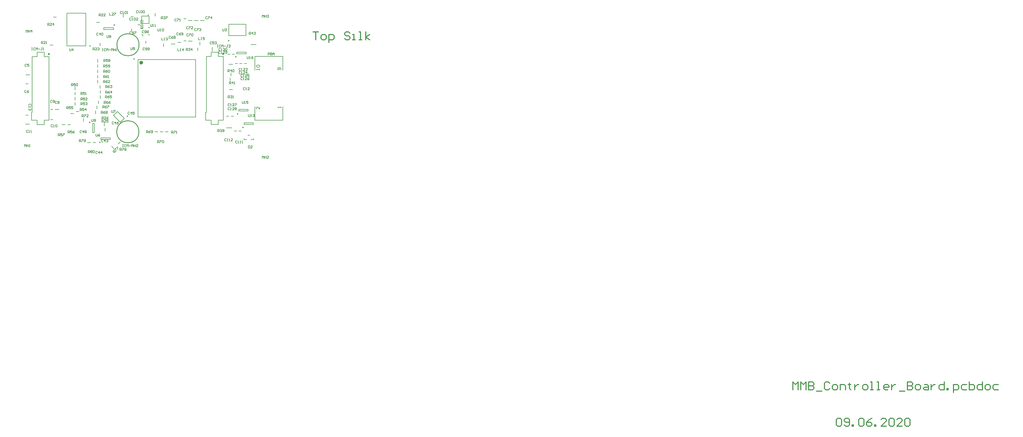
<source format=gto>
G04*
G04 #@! TF.GenerationSoftware,Altium Limited,Altium Designer,20.1.11 (218)*
G04*
G04 Layer_Color=15132400*
%FSLAX25Y25*%
%MOIN*%
G70*
G04*
G04 #@! TF.SameCoordinates,26502B99-587C-4767-892E-7210AEBADD4C*
G04*
G04*
G04 #@! TF.FilePolarity,Positive*
G04*
G01*
G75*
%ADD10C,0.02362*%
%ADD11C,0.00984*%
%ADD12C,0.01575*%
%ADD13C,0.01000*%
%ADD14C,0.00600*%
%ADD15C,0.00787*%
%ADD16C,0.00500*%
%ADD17C,0.01200*%
D10*
X150984Y130905D02*
G03*
X150984Y130905I-1181J0D01*
G01*
D11*
X141240Y135630D02*
G03*
X141240Y135630I-492J0D01*
G01*
X260906Y158661D02*
G03*
X260906Y158661I-492J0D01*
G01*
X158961Y191142D02*
G03*
X158961Y191142I-300J0D01*
G01*
X116240Y178543D02*
G03*
X116240Y178543I-492J0D01*
G01*
X98032Y30118D02*
G03*
X98032Y30118I-492J0D01*
G01*
X132794Y63249D02*
G03*
X132794Y63249I-492J0D01*
G01*
X85138Y55413D02*
G03*
X85138Y55413I-492J0D01*
G01*
X279134Y49016D02*
G03*
X279134Y49016I-492J0D01*
G01*
X272441Y66142D02*
G03*
X272441Y66142I-492J0D01*
G01*
X270079Y138386D02*
G03*
X270079Y138386I-492J0D01*
G01*
D12*
X253973Y141965D02*
G03*
X253973Y141965I-500J0D01*
G01*
X33441Y141817D02*
G03*
X33441Y141817I-500J0D01*
G01*
D13*
X85329Y152038D02*
G03*
X85329Y152038I-412J0D01*
G01*
X146874Y43504D02*
G03*
X146874Y43504I-14000J0D01*
G01*
X147071Y153543D02*
G03*
X147071Y153543I-14000J0D01*
G01*
D14*
X152072Y164646D02*
G03*
X152072Y164646I-300J0D01*
G01*
X326772Y73740D02*
Y75073D01*
Y74407D01*
X322773D01*
X323439Y73740D01*
X299606Y74831D02*
Y72165D01*
X296940Y74831D01*
X296274D01*
X295608Y74165D01*
Y72832D01*
X296274Y72165D01*
X299606Y121929D02*
Y123262D01*
Y122596D01*
X295608D01*
X296274Y121929D01*
Y125261D02*
X295608Y125928D01*
Y127261D01*
X296274Y127927D01*
X298940D01*
X299606Y127261D01*
Y125928D01*
X298940Y125261D01*
X296274D01*
X326105Y121929D02*
X326772Y122596D01*
Y123928D01*
X326105Y124595D01*
X323439D01*
X322773Y123928D01*
Y122596D01*
X323439Y121929D01*
X324106D01*
X324772Y122596D01*
Y124595D01*
D15*
X329134Y58071D02*
Y75315D01*
X293701Y58071D02*
Y75315D01*
Y58071D02*
X329134D01*
X293701Y121535D02*
Y138779D01*
X329134Y121535D02*
Y138779D01*
X293701D02*
X329134D01*
D16*
X145866Y62008D02*
X218701D01*
X145866Y134843D02*
X218701D01*
Y62008D02*
Y134843D01*
X145866Y62008D02*
Y134843D01*
X120704Y28184D02*
X123391Y30871D01*
X260630Y165157D02*
X282283D01*
X260630Y179331D02*
X282283D01*
X260630Y165157D02*
Y179331D01*
X282283Y165157D02*
Y179331D01*
X159843Y180315D02*
Y189764D01*
X150394D02*
X159843D01*
X150394Y180315D02*
X159843D01*
X150394D02*
Y189764D01*
X231423Y58214D02*
X238474Y58215D01*
X238473Y52715D02*
X238474Y58215D01*
X238473Y52715D02*
X247474Y52715D01*
X247474Y58215D01*
X253724Y58215D01*
X253724Y138715D01*
X247474Y138715D02*
X253724Y138715D01*
X247474Y138715D02*
X247474Y144215D01*
X238474Y144215D02*
X247474Y144215D01*
X238474Y144215D02*
X238474Y138715D01*
X232224D02*
X238474D01*
X232223Y68214D02*
X232224Y138715D01*
X231423Y68215D02*
X232223Y68214D01*
X231423Y58214D02*
X231423Y68215D01*
X288626Y153937D02*
X295526D01*
X66142Y77037D02*
Y80837D01*
X102362Y172638D02*
X114567D01*
X102362Y175000D02*
X114567D01*
X102362Y172638D02*
Y175000D01*
X114567Y172638D02*
Y175000D01*
X55807Y193307D02*
X79626Y193307D01*
X55807Y151969D02*
X79626Y151969D01*
X55807Y151969D02*
Y193307D01*
X79626Y151969D02*
Y193307D01*
X160039Y166024D02*
Y166648D01*
X150591Y166024D02*
Y166648D01*
X160039Y174648D02*
Y175472D01*
X150591Y174648D02*
Y175472D01*
X158715D02*
X160039D01*
X158715Y166024D02*
X160039D01*
X150591Y175472D02*
X152415D01*
X150591Y166024D02*
X152415D01*
X260886Y128740D02*
X265886D01*
X3602Y115551D02*
X8602D01*
X3618Y104134D02*
X6618D01*
X40807Y71850D02*
X45807D01*
X34917D02*
X37917D01*
X34917Y58858D02*
X37917D01*
X3405Y53150D02*
X8405D01*
X3618Y64567D02*
X6618D01*
X239764Y145531D02*
Y150531D01*
X187657Y154528D02*
X192657D01*
X203618Y158465D02*
X206618D01*
X209311Y158071D02*
X214311D01*
X203618Y186417D02*
X206618D01*
X209311Y184055D02*
X214311D01*
X216988D02*
X221988D01*
X224665D02*
X229665D01*
X137795Y170941D02*
Y173941D01*
X155709Y155587D02*
Y158587D01*
X136689Y188976D02*
X139689D01*
X145350Y178740D02*
X148350D01*
X273303Y44488D02*
X276303D01*
X267595D02*
X270595D01*
X268579Y129921D02*
X271579D01*
X274484D02*
X277484D01*
X280390D02*
X283390D01*
X257752Y63189D02*
X260752D01*
X263657D02*
X266657D01*
X265035Y141339D02*
X268035D01*
X259524D02*
X262524D01*
X284724Y39220D02*
X287424D01*
X280118Y33465D02*
X283268D01*
X280118D02*
Y35039D01*
X288779Y33465D02*
X291929D01*
Y35039D01*
X10891Y58067D02*
X10891Y68067D01*
X11691Y68067D01*
X11691Y138567D01*
X17941D01*
X17941Y144067D02*
X17941Y138567D01*
X17941Y144067D02*
X26941Y144067D01*
X26941Y138567D02*
X26941Y144067D01*
X26941Y138567D02*
X33191Y138567D01*
X33191Y58067D02*
X33191Y138567D01*
X26941Y58067D02*
X33191Y58067D01*
X26941Y52567D02*
X26941Y58067D01*
X17941Y52567D02*
X26941Y52567D01*
X17941Y52567D02*
X17941Y58067D01*
X10891Y58067D02*
X17941Y58067D01*
X178150Y151181D02*
X178150Y151181D01*
X178150Y151181D02*
Y155118D01*
X196063Y156299D02*
X200000D01*
X200000Y156299D01*
X224016Y153150D02*
X224016Y153150D01*
X224016Y153150D02*
Y157087D01*
X126969Y192323D02*
X126969Y192323D01*
Y188386D02*
Y192323D01*
X34321Y153150D02*
X38120D01*
X93179Y181890D02*
X96979D01*
X97835Y152037D02*
Y155837D01*
X38651Y188583D02*
X42451D01*
X103937Y44360D02*
Y48160D01*
X102953Y50856D02*
Y54656D01*
X261486Y96850D02*
X265286D01*
X221457Y146132D02*
Y149932D01*
X167520Y189635D02*
Y193435D01*
X257720Y48622D02*
X264620D01*
X263386Y114242D02*
Y118042D01*
X262402Y108139D02*
Y111939D01*
X66142Y96525D02*
Y100325D01*
Y90029D02*
Y93829D01*
Y83533D02*
Y87333D01*
X67391Y69095D02*
X71191D01*
X60502Y66339D02*
X64302D01*
X56565Y52559D02*
X60365D01*
X49478D02*
X53278D01*
X94882Y131565D02*
Y135365D01*
Y124675D02*
Y128475D01*
Y117982D02*
Y121782D01*
Y111486D02*
Y115286D01*
Y104990D02*
Y108790D01*
X97835Y98494D02*
Y102294D01*
X98032Y91998D02*
Y95798D01*
Y85502D02*
Y89302D01*
X95669Y79005D02*
Y82806D01*
X93701Y72509D02*
Y76310D01*
X167194Y43307D02*
X170994D01*
X173887D02*
X177687D01*
X180384D02*
X184184D01*
X76575Y56565D02*
Y60365D01*
X112436Y24965D02*
X115123Y22279D01*
X81761Y29724D02*
X85561D01*
X88651D02*
X92451D01*
X98819Y35827D02*
X110630D01*
X98819Y33858D02*
X110630D01*
Y35827D01*
X98819Y33858D02*
Y35827D01*
X114833Y64014D02*
X119844Y69025D01*
X123463Y55384D02*
X128474Y60395D01*
X114833Y64014D02*
X123463Y55384D01*
X119844Y69025D02*
X128474Y60395D01*
X90354Y42323D02*
Y54134D01*
X88386Y42323D02*
Y54134D01*
Y42323D02*
X90354D01*
X88386Y54134D02*
X90354D01*
X279921Y52756D02*
Y54724D01*
X291732Y52756D02*
Y54724D01*
X279921Y52756D02*
X291732D01*
X279921Y54724D02*
X291732D01*
X273228Y71850D02*
X285039D01*
X273228Y69882D02*
X285039D01*
Y71850D01*
X273228Y69882D02*
Y71850D01*
X270866Y144095D02*
X282677D01*
X270866Y142126D02*
X282677D01*
Y144095D01*
X270866Y142126D02*
Y144095D01*
X92126Y66210D02*
Y70010D01*
X95443Y168074D02*
X94943Y168574D01*
X93943D01*
X93443Y168074D01*
Y166075D01*
X93943Y165575D01*
X94943D01*
X95443Y166075D01*
X97942Y165575D02*
Y168574D01*
X96442Y167074D01*
X98442D01*
X99441Y168074D02*
X99941Y168574D01*
X100941D01*
X101441Y168074D01*
Y166075D01*
X100941Y165575D01*
X99941D01*
X99441Y166075D01*
Y168074D01*
X115043Y55774D02*
X114543Y56274D01*
X113543D01*
X113043Y55774D01*
Y53775D01*
X113543Y53275D01*
X114543D01*
X115043Y53775D01*
X117542Y53275D02*
Y56274D01*
X116042Y54774D01*
X118042D01*
X121041Y56274D02*
X120041Y55774D01*
X119041Y54774D01*
Y53775D01*
X119541Y53275D01*
X120541D01*
X121041Y53775D01*
Y54274D01*
X120541Y54774D01*
X119041D01*
X135143Y68074D02*
X134643Y68574D01*
X133643D01*
X133143Y68074D01*
Y66075D01*
X133643Y65575D01*
X134643D01*
X135143Y66075D01*
X137642Y65575D02*
Y68574D01*
X136142Y67074D01*
X138142D01*
X141141Y68574D02*
X139141D01*
Y67074D01*
X140141Y67574D01*
X140641D01*
X141141Y67074D01*
Y66075D01*
X140641Y65575D01*
X139641D01*
X139141Y66075D01*
X101643Y32974D02*
X101143Y33474D01*
X100143D01*
X99643Y32974D01*
Y30975D01*
X100143Y30475D01*
X101143D01*
X101643Y30975D01*
X104142Y30475D02*
Y33474D01*
X102642Y31974D01*
X104642D01*
X105641Y32974D02*
X106141Y33474D01*
X107141D01*
X107641Y32974D01*
Y32474D01*
X107141Y31974D01*
X106641D01*
X107141D01*
X107641Y31475D01*
Y30975D01*
X107141Y30475D01*
X106141D01*
X105641Y30975D01*
X137144Y186996D02*
X136644Y187496D01*
X135644D01*
X135144Y186996D01*
Y184997D01*
X135644Y184497D01*
X136644D01*
X137144Y184997D01*
X138143Y184497D02*
X139143D01*
X138643D01*
Y187496D01*
X138143Y186996D01*
X140642D02*
X141142Y187496D01*
X142142D01*
X142642Y186996D01*
Y184997D01*
X142142Y184497D01*
X141142D01*
X140642Y184997D01*
Y186996D01*
X145641Y184497D02*
X143641D01*
X145641Y186496D01*
Y186996D01*
X145141Y187496D01*
X144141D01*
X143641Y186996D01*
X145700Y196200D02*
X145200Y196700D01*
X144201D01*
X143701Y196200D01*
Y194201D01*
X144201Y193701D01*
X145200D01*
X145700Y194201D01*
X146700Y193701D02*
X147699D01*
X147200D01*
Y196700D01*
X146700Y196200D01*
X149199D02*
X149699Y196700D01*
X150698D01*
X151198Y196200D01*
Y194201D01*
X150698Y193701D01*
X149699D01*
X149199Y194201D01*
Y196200D01*
X152198D02*
X152698Y196700D01*
X153698D01*
X154197Y196200D01*
Y194201D01*
X153698Y193701D01*
X152698D01*
X152198Y194201D01*
Y196200D01*
X152943Y170874D02*
X152443Y171374D01*
X151443D01*
X150943Y170874D01*
Y168875D01*
X151443Y168375D01*
X152443D01*
X152943Y168875D01*
X153942D02*
X154442Y168375D01*
X155442D01*
X155942Y168875D01*
Y170874D01*
X155442Y171374D01*
X154442D01*
X153942Y170874D01*
Y170374D01*
X154442Y169874D01*
X155942D01*
X156941Y170874D02*
X157441Y171374D01*
X158441D01*
X158941Y170874D01*
Y170374D01*
X158441Y169874D01*
X158941Y169375D01*
Y168875D01*
X158441Y168375D01*
X157441D01*
X156941Y168875D01*
Y169375D01*
X157441Y169874D01*
X156941Y170374D01*
Y170874D01*
X157441Y169874D02*
X158441D01*
X281133Y98956D02*
X280633Y99456D01*
X279634D01*
X279134Y98956D01*
Y96956D01*
X279634Y96457D01*
X280633D01*
X281133Y96956D01*
X282133Y96457D02*
X283133D01*
X282633D01*
Y99456D01*
X282133Y98956D01*
X286631Y96457D02*
X284632D01*
X286631Y98456D01*
Y98956D01*
X286132Y99456D01*
X285132D01*
X284632Y98956D01*
X73228Y77559D02*
Y80558D01*
X74728D01*
X75228Y80058D01*
Y79059D01*
X74728Y78559D01*
X73228D01*
X74228D02*
X75228Y77559D01*
X78227Y80558D02*
X76227D01*
Y79059D01*
X77227Y79558D01*
X77727D01*
X78227Y79059D01*
Y78059D01*
X77727Y77559D01*
X76727D01*
X76227Y78059D01*
X79226Y80058D02*
X79726Y80558D01*
X80726D01*
X81226Y80058D01*
Y79558D01*
X80726Y79059D01*
X80226D01*
X80726D01*
X81226Y78559D01*
Y78059D01*
X80726Y77559D01*
X79726D01*
X79226Y78059D01*
X99213Y66535D02*
Y69534D01*
X100712D01*
X101212Y69035D01*
Y68035D01*
X100712Y67535D01*
X99213D01*
X100212D02*
X101212Y66535D01*
X104211Y69534D02*
X103211Y69035D01*
X102212Y68035D01*
Y67035D01*
X102711Y66535D01*
X103711D01*
X104211Y67035D01*
Y67535D01*
X103711Y68035D01*
X102212D01*
X105211Y69035D02*
X105710Y69534D01*
X106710D01*
X107210Y69035D01*
Y68535D01*
X106710Y68035D01*
X107210Y67535D01*
Y67035D01*
X106710Y66535D01*
X105710D01*
X105211Y67035D01*
Y67535D01*
X105710Y68035D01*
X105211Y68535D01*
Y69035D01*
X105710Y68035D02*
X106710D01*
X310236Y140551D02*
Y143550D01*
X311736D01*
X312236Y143050D01*
Y142051D01*
X311736Y141551D01*
X310236D01*
X313235Y143550D02*
Y140551D01*
X314735D01*
X315235Y141051D01*
Y141551D01*
X314735Y142051D01*
X313235D01*
X314735D01*
X315235Y142551D01*
Y143050D01*
X314735Y143550D01*
X313235D01*
X316234Y140551D02*
Y142551D01*
X317234Y143550D01*
X318234Y142551D01*
Y140551D01*
Y142051D01*
X316234D01*
X161417Y179377D02*
Y176878D01*
X161917Y176378D01*
X162917D01*
X163417Y176878D01*
Y179377D01*
X164416Y176378D02*
X165416D01*
X164916D01*
Y179377D01*
X164416Y178877D01*
X166916Y176378D02*
X167915D01*
X167415D01*
Y179377D01*
X166916Y178877D01*
X283858Y138826D02*
Y136327D01*
X284358Y135827D01*
X285358D01*
X285858Y136327D01*
Y138826D01*
X286857Y135827D02*
X287857D01*
X287357D01*
Y138826D01*
X286857Y138326D01*
X291356Y138826D02*
X290356Y138326D01*
X289356Y137326D01*
Y136327D01*
X289856Y135827D01*
X290856D01*
X291356Y136327D01*
Y136826D01*
X290856Y137326D01*
X289356D01*
X277559Y82133D02*
Y79634D01*
X278059Y79134D01*
X279059D01*
X279558Y79634D01*
Y82133D01*
X280558Y79134D02*
X281558D01*
X281058D01*
Y82133D01*
X280558Y81633D01*
X285057Y82133D02*
X283057D01*
Y80633D01*
X284057Y81133D01*
X284557D01*
X285057Y80633D01*
Y79634D01*
X284557Y79134D01*
X283557D01*
X283057Y79634D01*
X285433Y65597D02*
Y63098D01*
X285933Y62598D01*
X286933D01*
X287432Y63098D01*
Y65597D01*
X288432Y62598D02*
X289432D01*
X288932D01*
Y65597D01*
X288432Y65098D01*
X290931D02*
X291431Y65597D01*
X292431D01*
X292931Y65098D01*
Y64598D01*
X292431Y64098D01*
X291931D01*
X292431D01*
X292931Y63598D01*
Y63098D01*
X292431Y62598D01*
X291431D01*
X290931Y63098D01*
X170866Y173865D02*
Y171366D01*
X171366Y170866D01*
X172366D01*
X172865Y171366D01*
Y173865D01*
X173865Y170866D02*
X174865D01*
X174365D01*
Y173865D01*
X173865Y173365D01*
X176364D02*
X176864Y173865D01*
X177864D01*
X178364Y173365D01*
Y171366D01*
X177864Y170866D01*
X176864D01*
X176364Y171366D01*
Y173365D01*
X87008Y59298D02*
Y56799D01*
X87508Y56299D01*
X88507D01*
X89007Y56799D01*
Y59298D01*
X90007Y56799D02*
X90507Y56299D01*
X91506D01*
X92006Y56799D01*
Y58798D01*
X91506Y59298D01*
X90507D01*
X90007Y58798D01*
Y58299D01*
X90507Y57799D01*
X92006D01*
X106299Y165597D02*
Y163098D01*
X106799Y162598D01*
X107799D01*
X108299Y163098D01*
Y165597D01*
X109298Y165098D02*
X109798Y165597D01*
X110798D01*
X111298Y165098D01*
Y164598D01*
X110798Y164098D01*
X111298Y163598D01*
Y163098D01*
X110798Y162598D01*
X109798D01*
X109298Y163098D01*
Y163598D01*
X109798Y164098D01*
X109298Y164598D01*
Y165098D01*
X109798Y164098D02*
X110798D01*
X112205Y70716D02*
Y68216D01*
X112705Y67716D01*
X113704D01*
X114204Y68216D01*
Y70716D01*
X115204D02*
X117203D01*
Y70216D01*
X115204Y68216D01*
Y67716D01*
X92520Y40794D02*
Y38295D01*
X93019Y37795D01*
X94019D01*
X94519Y38295D01*
Y40794D01*
X97518D02*
X96518Y40295D01*
X95519Y39295D01*
Y38295D01*
X96019Y37795D01*
X97018D01*
X97518Y38295D01*
Y38795D01*
X97018Y39295D01*
X95519D01*
X136643Y150074D02*
Y147575D01*
X137143Y147075D01*
X138143D01*
X138643Y147575D01*
Y150074D01*
X141642D02*
X139642D01*
Y148574D01*
X140642Y149074D01*
X141142D01*
X141642Y148574D01*
Y147575D01*
X141142Y147075D01*
X140142D01*
X139642Y147575D01*
X59055Y148668D02*
Y146169D01*
X59555Y145669D01*
X60555D01*
X61054Y146169D01*
Y148668D01*
X63554Y145669D02*
Y148668D01*
X62054Y147169D01*
X64053D01*
X252756Y173865D02*
Y171366D01*
X253256Y170866D01*
X254255D01*
X254755Y171366D01*
Y173865D01*
X255755Y173365D02*
X256255Y173865D01*
X257255D01*
X257754Y173365D01*
Y172865D01*
X257255Y172366D01*
X256755D01*
X257255D01*
X257754Y171866D01*
Y171366D01*
X257255Y170866D01*
X256255D01*
X255755Y171366D01*
X82677Y16929D02*
Y19928D01*
X84177D01*
X84676Y19428D01*
Y18429D01*
X84177Y17929D01*
X82677D01*
X83677D02*
X84676Y16929D01*
X85676Y19428D02*
X86176Y19928D01*
X87176D01*
X87675Y19428D01*
Y18928D01*
X87176Y18429D01*
X87675Y17929D01*
Y17429D01*
X87176Y16929D01*
X86176D01*
X85676Y17429D01*
Y17929D01*
X86176Y18429D01*
X85676Y18928D01*
Y19428D01*
X86176Y18429D02*
X87176D01*
X88675Y19428D02*
X89175Y19928D01*
X90175D01*
X90675Y19428D01*
Y17429D01*
X90175Y16929D01*
X89175D01*
X88675Y17429D01*
Y19428D01*
X71260Y30709D02*
Y33708D01*
X72759D01*
X73259Y33208D01*
Y32208D01*
X72759Y31708D01*
X71260D01*
X72259D02*
X73259Y30709D01*
X74259Y33708D02*
X76258D01*
Y33208D01*
X74259Y31209D01*
Y30709D01*
X77258Y31209D02*
X77758Y30709D01*
X78757D01*
X79257Y31209D01*
Y33208D01*
X78757Y33708D01*
X77758D01*
X77258Y33208D01*
Y32708D01*
X77758Y32208D01*
X79257D01*
X122835Y19685D02*
Y22684D01*
X124334D01*
X124834Y22184D01*
Y21185D01*
X124334Y20685D01*
X122835D01*
X123834D02*
X124834Y19685D01*
X125834Y22684D02*
X127833D01*
Y22184D01*
X125834Y20185D01*
Y19685D01*
X128833Y22184D02*
X129332Y22684D01*
X130332D01*
X130832Y22184D01*
Y21684D01*
X130332Y21185D01*
X130832Y20685D01*
Y20185D01*
X130332Y19685D01*
X129332D01*
X128833Y20185D01*
Y20685D01*
X129332Y21185D01*
X128833Y21684D01*
Y22184D01*
X129332Y21185D02*
X130332D01*
X116098Y16843D02*
X113978Y18964D01*
X115038Y20024D01*
X115745Y20024D01*
X116452Y19317D01*
X116452Y18610D01*
X115392Y17550D01*
X116098Y18257D02*
X117512Y18257D01*
X116098Y21085D02*
X117512Y22498D01*
X117866Y22145D01*
Y19317D01*
X118219Y18964D01*
Y23205D02*
X119633Y24619D01*
X119986Y24265D01*
Y21438D01*
X120340Y21085D01*
X74803Y62205D02*
Y65204D01*
X76303D01*
X76802Y64704D01*
Y63704D01*
X76303Y63204D01*
X74803D01*
X75803D02*
X76802Y62205D01*
X77802Y65204D02*
X79801D01*
Y64704D01*
X77802Y62705D01*
Y62205D01*
X82801D02*
X80801D01*
X82801Y64204D01*
Y64704D01*
X82301Y65204D01*
X81301D01*
X80801Y64704D01*
X188189Y41339D02*
Y44338D01*
X189689D01*
X190188Y43838D01*
Y42838D01*
X189689Y42338D01*
X188189D01*
X189189D02*
X190188Y41339D01*
X191188Y44338D02*
X193187D01*
Y43838D01*
X191188Y41838D01*
Y41339D01*
X194187D02*
X195187D01*
X194687D01*
Y44338D01*
X194187Y43838D01*
X170472Y29528D02*
Y32527D01*
X171972D01*
X172472Y32027D01*
Y31027D01*
X171972Y30527D01*
X170472D01*
X171472D02*
X172472Y29528D01*
X173471Y32527D02*
X175471D01*
Y32027D01*
X173471Y30027D01*
Y29528D01*
X176470Y32027D02*
X176970Y32527D01*
X177970D01*
X178470Y32027D01*
Y30027D01*
X177970Y29528D01*
X176970D01*
X176470Y30027D01*
Y32027D01*
X156299Y42126D02*
Y45125D01*
X157799D01*
X158299Y44625D01*
Y43626D01*
X157799Y43126D01*
X156299D01*
X157299D02*
X158299Y42126D01*
X161298Y45125D02*
X160298Y44625D01*
X159298Y43626D01*
Y42626D01*
X159798Y42126D01*
X160798D01*
X161298Y42626D01*
Y43126D01*
X160798Y43626D01*
X159298D01*
X162297Y42626D02*
X162797Y42126D01*
X163797D01*
X164297Y42626D01*
Y44625D01*
X163797Y45125D01*
X162797D01*
X162297Y44625D01*
Y44125D01*
X162797Y43626D01*
X164297D01*
X101181Y73622D02*
Y76621D01*
X102681D01*
X103180Y76121D01*
Y75122D01*
X102681Y74622D01*
X101181D01*
X102181D02*
X103180Y73622D01*
X106179Y76621D02*
X105180Y76121D01*
X104180Y75122D01*
Y74122D01*
X104680Y73622D01*
X105680D01*
X106179Y74122D01*
Y74622D01*
X105680Y75122D01*
X104180D01*
X107179Y76621D02*
X109178D01*
Y76121D01*
X107179Y74122D01*
Y73622D01*
X102756Y79134D02*
Y82133D01*
X104255D01*
X104755Y81633D01*
Y80633D01*
X104255Y80133D01*
X102756D01*
X103756D02*
X104755Y79134D01*
X107754Y82133D02*
X106755Y81633D01*
X105755Y80633D01*
Y79634D01*
X106255Y79134D01*
X107255D01*
X107754Y79634D01*
Y80133D01*
X107255Y80633D01*
X105755D01*
X110753Y82133D02*
X109754Y81633D01*
X108754Y80633D01*
Y79634D01*
X109254Y79134D01*
X110254D01*
X110753Y79634D01*
Y80133D01*
X110254Y80633D01*
X108754D01*
X104331Y86221D02*
Y89219D01*
X105830D01*
X106330Y88720D01*
Y87720D01*
X105830Y87220D01*
X104331D01*
X105330D02*
X106330Y86221D01*
X109329Y89219D02*
X108329Y88720D01*
X107330Y87720D01*
Y86720D01*
X107830Y86221D01*
X108829D01*
X109329Y86720D01*
Y87220D01*
X108829Y87720D01*
X107330D01*
X112328Y89219D02*
X110329D01*
Y87720D01*
X111328Y88220D01*
X111828D01*
X112328Y87720D01*
Y86720D01*
X111828Y86221D01*
X110829D01*
X110329Y86720D01*
X104724Y92126D02*
Y95125D01*
X106224D01*
X106724Y94625D01*
Y93625D01*
X106224Y93126D01*
X104724D01*
X105724D02*
X106724Y92126D01*
X109723Y95125D02*
X108723Y94625D01*
X107723Y93625D01*
Y92626D01*
X108223Y92126D01*
X109223D01*
X109723Y92626D01*
Y93126D01*
X109223Y93625D01*
X107723D01*
X112222Y92126D02*
Y95125D01*
X110722Y93625D01*
X112722D01*
X104724Y99213D02*
Y102212D01*
X106224D01*
X106724Y101712D01*
Y100712D01*
X106224Y100212D01*
X104724D01*
X105724D02*
X106724Y99213D01*
X109723Y102212D02*
X108723Y101712D01*
X107723Y100712D01*
Y99712D01*
X108223Y99213D01*
X109223D01*
X109723Y99712D01*
Y100212D01*
X109223Y100712D01*
X107723D01*
X110722Y101712D02*
X111222Y102212D01*
X112222D01*
X112722Y101712D01*
Y101212D01*
X112222Y100712D01*
X111722D01*
X112222D01*
X112722Y100212D01*
Y99712D01*
X112222Y99213D01*
X111222D01*
X110722Y99712D01*
X101969Y105512D02*
Y108511D01*
X103468D01*
X103968Y108011D01*
Y107011D01*
X103468Y106511D01*
X101969D01*
X102968D02*
X103968Y105512D01*
X106967Y108511D02*
X105967Y108011D01*
X104967Y107011D01*
Y106012D01*
X105467Y105512D01*
X106467D01*
X106967Y106012D01*
Y106511D01*
X106467Y107011D01*
X104967D01*
X109966Y105512D02*
X107967D01*
X109966Y107511D01*
Y108011D01*
X109466Y108511D01*
X108466D01*
X107967Y108011D01*
X101969Y111811D02*
Y114810D01*
X103468D01*
X103968Y114310D01*
Y113311D01*
X103468Y112811D01*
X101969D01*
X102968D02*
X103968Y111811D01*
X106967Y114810D02*
X105967Y114310D01*
X104967Y113311D01*
Y112311D01*
X105467Y111811D01*
X106467D01*
X106967Y112311D01*
Y112811D01*
X106467Y113311D01*
X104967D01*
X107967Y111811D02*
X108966D01*
X108466D01*
Y114810D01*
X107967Y114310D01*
X101969Y118504D02*
Y121503D01*
X103468D01*
X103968Y121003D01*
Y120003D01*
X103468Y119504D01*
X101969D01*
X102968D02*
X103968Y118504D01*
X106967Y121503D02*
X105967Y121003D01*
X104967Y120003D01*
Y119004D01*
X105467Y118504D01*
X106467D01*
X106967Y119004D01*
Y119504D01*
X106467Y120003D01*
X104967D01*
X107967Y121003D02*
X108466Y121503D01*
X109466D01*
X109966Y121003D01*
Y119004D01*
X109466Y118504D01*
X108466D01*
X107967Y119004D01*
Y121003D01*
X101969Y125197D02*
Y128196D01*
X103468D01*
X103968Y127696D01*
Y126696D01*
X103468Y126197D01*
X101969D01*
X102968D02*
X103968Y125197D01*
X106967Y128196D02*
X104967D01*
Y126696D01*
X105967Y127196D01*
X106467D01*
X106967Y126696D01*
Y125697D01*
X106467Y125197D01*
X105467D01*
X104967Y125697D01*
X107967D02*
X108466Y125197D01*
X109466D01*
X109966Y125697D01*
Y127696D01*
X109466Y128196D01*
X108466D01*
X107967Y127696D01*
Y127196D01*
X108466Y126696D01*
X109966D01*
X102362Y132283D02*
Y135283D01*
X103862D01*
X104362Y134783D01*
Y133783D01*
X103862Y133283D01*
X102362D01*
X103362D02*
X104362Y132283D01*
X107361Y135283D02*
X105361D01*
Y133783D01*
X106361Y134283D01*
X106861D01*
X107361Y133783D01*
Y132783D01*
X106861Y132283D01*
X105861D01*
X105361Y132783D01*
X108360Y134783D02*
X108860Y135283D01*
X109860D01*
X110360Y134783D01*
Y134283D01*
X109860Y133783D01*
X110360Y133283D01*
Y132783D01*
X109860Y132283D01*
X108860D01*
X108360Y132783D01*
Y133283D01*
X108860Y133783D01*
X108360Y134283D01*
Y134783D01*
X108860Y133783D02*
X109860D01*
X44882Y38189D02*
Y41188D01*
X46381D01*
X46881Y40688D01*
Y39689D01*
X46381Y39189D01*
X44882D01*
X45882D02*
X46881Y38189D01*
X49880Y41188D02*
X47881D01*
Y39689D01*
X48881Y40188D01*
X49380D01*
X49880Y39689D01*
Y38689D01*
X49380Y38189D01*
X48381D01*
X47881Y38689D01*
X50880Y41188D02*
X52879D01*
Y40688D01*
X50880Y38689D01*
Y38189D01*
X57087Y41732D02*
Y44731D01*
X58586D01*
X59086Y44232D01*
Y43232D01*
X58586Y42732D01*
X57087D01*
X58086D02*
X59086Y41732D01*
X62085Y44731D02*
X60086D01*
Y43232D01*
X61085Y43732D01*
X61585D01*
X62085Y43232D01*
Y42232D01*
X61585Y41732D01*
X60585D01*
X60086Y42232D01*
X65084Y44731D02*
X64084Y44232D01*
X63085Y43232D01*
Y42232D01*
X63585Y41732D01*
X64584D01*
X65084Y42232D01*
Y42732D01*
X64584Y43232D01*
X63085D01*
X55512Y72441D02*
Y75440D01*
X57011D01*
X57511Y74940D01*
Y73940D01*
X57011Y73441D01*
X55512D01*
X56511D02*
X57511Y72441D01*
X60510Y75440D02*
X58511D01*
Y73940D01*
X59510Y74440D01*
X60010D01*
X60510Y73940D01*
Y72941D01*
X60010Y72441D01*
X59011D01*
X58511Y72941D01*
X63509Y75440D02*
X61510D01*
Y73940D01*
X62510Y74440D01*
X63009D01*
X63509Y73940D01*
Y72941D01*
X63009Y72441D01*
X62010D01*
X61510Y72941D01*
X72441Y70079D02*
Y73078D01*
X73940D01*
X74440Y72578D01*
Y71578D01*
X73940Y71078D01*
X72441D01*
X73441D02*
X74440Y70079D01*
X77439Y73078D02*
X75440D01*
Y71578D01*
X76440Y72078D01*
X76939D01*
X77439Y71578D01*
Y70579D01*
X76939Y70079D01*
X75940D01*
X75440Y70579D01*
X79939Y70079D02*
Y73078D01*
X78439Y71578D01*
X80438D01*
X73228Y83465D02*
Y86464D01*
X74728D01*
X75228Y85964D01*
Y84964D01*
X74728Y84464D01*
X73228D01*
X74228D02*
X75228Y83465D01*
X78227Y86464D02*
X76227D01*
Y84964D01*
X77227Y85464D01*
X77727D01*
X78227Y84964D01*
Y83964D01*
X77727Y83465D01*
X76727D01*
X76227Y83964D01*
X81226Y83465D02*
X79226D01*
X81226Y85464D01*
Y85964D01*
X80726Y86464D01*
X79726D01*
X79226Y85964D01*
X73228Y90551D02*
Y93550D01*
X74728D01*
X75228Y93050D01*
Y92051D01*
X74728Y91551D01*
X73228D01*
X74228D02*
X75228Y90551D01*
X78227Y93550D02*
X76227D01*
Y92051D01*
X77227Y92550D01*
X77727D01*
X78227Y92051D01*
Y91051D01*
X77727Y90551D01*
X76727D01*
X76227Y91051D01*
X79226Y90551D02*
X80226D01*
X79726D01*
Y93550D01*
X79226Y93050D01*
X61417Y101575D02*
Y104574D01*
X62917D01*
X63417Y104074D01*
Y103074D01*
X62917Y102575D01*
X61417D01*
X62417D02*
X63417Y101575D01*
X66416Y104574D02*
X64416D01*
Y103074D01*
X65416Y103574D01*
X65916D01*
X66416Y103074D01*
Y102075D01*
X65916Y101575D01*
X64916D01*
X64416Y102075D01*
X67415Y104074D02*
X67915Y104574D01*
X68915D01*
X69415Y104074D01*
Y102075D01*
X68915Y101575D01*
X67915D01*
X67415Y102075D01*
Y104074D01*
X286417Y166535D02*
Y169535D01*
X287917D01*
X288417Y169035D01*
Y168035D01*
X287917Y167535D01*
X286417D01*
X287417D02*
X288417Y166535D01*
X290916D02*
Y169535D01*
X289416Y168035D01*
X291416D01*
X292415Y169035D02*
X292915Y169535D01*
X293915D01*
X294415Y169035D01*
Y168535D01*
X293915Y168035D01*
X293415D01*
X293915D01*
X294415Y167535D01*
Y167035D01*
X293915Y166535D01*
X292915D01*
X292415Y167035D01*
X261417Y103937D02*
Y106936D01*
X262917D01*
X263417Y106436D01*
Y105437D01*
X262917Y104937D01*
X261417D01*
X262417D02*
X263417Y103937D01*
X265916D02*
Y106936D01*
X264416Y105437D01*
X266416D01*
X267415Y103937D02*
X268415D01*
X267915D01*
Y106936D01*
X267415Y106436D01*
X259449Y119291D02*
Y122290D01*
X260948D01*
X261448Y121791D01*
Y120791D01*
X260948Y120291D01*
X259449D01*
X260449D02*
X261448Y119291D01*
X263947D02*
Y122290D01*
X262448Y120791D01*
X264447D01*
X265447Y121791D02*
X265947Y122290D01*
X266946D01*
X267446Y121791D01*
Y119791D01*
X266946Y119291D01*
X265947D01*
X265447Y119791D01*
Y121791D01*
X246850Y43307D02*
Y46306D01*
X248350D01*
X248850Y45806D01*
Y44807D01*
X248350Y44307D01*
X246850D01*
X247850D02*
X248850Y43307D01*
X249849Y45806D02*
X250349Y46306D01*
X251349D01*
X251849Y45806D01*
Y45306D01*
X251349Y44807D01*
X250849D01*
X251349D01*
X251849Y44307D01*
Y43807D01*
X251349Y43307D01*
X250349D01*
X249849Y43807D01*
X252849D02*
X253348Y43307D01*
X254348D01*
X254848Y43807D01*
Y45806D01*
X254348Y46306D01*
X253348D01*
X252849Y45806D01*
Y45306D01*
X253348Y44807D01*
X254848D01*
X175197Y186221D02*
Y189219D01*
X176696D01*
X177196Y188720D01*
Y187720D01*
X176696Y187220D01*
X175197D01*
X176197D02*
X177196Y186221D01*
X178196Y188720D02*
X178696Y189219D01*
X179695D01*
X180195Y188720D01*
Y188220D01*
X179695Y187720D01*
X179196D01*
X179695D01*
X180195Y187220D01*
Y186720D01*
X179695Y186221D01*
X178696D01*
X178196Y186720D01*
X181195Y189219D02*
X183194D01*
Y188720D01*
X181195Y186720D01*
Y186221D01*
X206693Y146063D02*
Y149062D01*
X208192D01*
X208692Y148562D01*
Y147563D01*
X208192Y147063D01*
X206693D01*
X207693D02*
X208692Y146063D01*
X209692Y148562D02*
X210192Y149062D01*
X211192D01*
X211691Y148562D01*
Y148062D01*
X211192Y147563D01*
X210692D01*
X211192D01*
X211691Y147063D01*
Y146563D01*
X211192Y146063D01*
X210192D01*
X209692Y146563D01*
X214191Y146063D02*
Y149062D01*
X212691Y147563D01*
X214690D01*
X259842Y86221D02*
Y89219D01*
X261342D01*
X261842Y88720D01*
Y87720D01*
X261342Y87220D01*
X259842D01*
X260842D02*
X261842Y86221D01*
X262842Y88720D02*
X263341Y89219D01*
X264341D01*
X264841Y88720D01*
Y88220D01*
X264341Y87720D01*
X263841D01*
X264341D01*
X264841Y87220D01*
Y86720D01*
X264341Y86221D01*
X263341D01*
X262842Y86720D01*
X265841Y86221D02*
X266840D01*
X266340D01*
Y89219D01*
X265841Y88720D01*
X100000Y59449D02*
Y62448D01*
X101499D01*
X101999Y61948D01*
Y60948D01*
X101499Y60448D01*
X100000D01*
X101000D02*
X101999Y59449D01*
X104998D02*
X102999D01*
X104998Y61448D01*
Y61948D01*
X104499Y62448D01*
X103499D01*
X102999Y61948D01*
X107997Y62448D02*
X106998Y61948D01*
X105998Y60948D01*
Y59949D01*
X106498Y59449D01*
X107498D01*
X107997Y59949D01*
Y60448D01*
X107498Y60948D01*
X105998D01*
X100000Y55512D02*
Y58511D01*
X101499D01*
X101999Y58011D01*
Y57011D01*
X101499Y56511D01*
X100000D01*
X101000D02*
X101999Y55512D01*
X104998D02*
X102999D01*
X104998Y57511D01*
Y58011D01*
X104499Y58511D01*
X103499D01*
X102999Y58011D01*
X107997Y58511D02*
X105998D01*
Y57011D01*
X106998Y57511D01*
X107498D01*
X107997Y57011D01*
Y56012D01*
X107498Y55512D01*
X106498D01*
X105998Y56012D01*
X31496Y177953D02*
Y180952D01*
X32996D01*
X33495Y180452D01*
Y179452D01*
X32996Y178952D01*
X31496D01*
X32496D02*
X33495Y177953D01*
X36494D02*
X34495D01*
X36494Y179952D01*
Y180452D01*
X35995Y180952D01*
X34995D01*
X34495Y180452D01*
X38994Y177953D02*
Y180952D01*
X37494Y179452D01*
X39494D01*
X88583Y146850D02*
Y149849D01*
X90082D01*
X90582Y149350D01*
Y148350D01*
X90082Y147850D01*
X88583D01*
X89582D02*
X90582Y146850D01*
X93581D02*
X91582D01*
X93581Y148850D01*
Y149350D01*
X93081Y149849D01*
X92082D01*
X91582Y149350D01*
X94581D02*
X95081Y149849D01*
X96080D01*
X96580Y149350D01*
Y148850D01*
X96080Y148350D01*
X95580D01*
X96080D01*
X96580Y147850D01*
Y147350D01*
X96080Y146850D01*
X95081D01*
X94581Y147350D01*
X96457Y189764D02*
Y192763D01*
X97956D01*
X98456Y192263D01*
Y191263D01*
X97956Y190763D01*
X96457D01*
X97456D02*
X98456Y189764D01*
X101455D02*
X99456D01*
X101455Y191763D01*
Y192263D01*
X100955Y192763D01*
X99956D01*
X99456Y192263D01*
X104454Y189764D02*
X102455D01*
X104454Y191763D01*
Y192263D01*
X103954Y192763D01*
X102955D01*
X102455Y192263D01*
X23228Y154921D02*
Y157920D01*
X24728D01*
X25228Y157421D01*
Y156421D01*
X24728Y155921D01*
X23228D01*
X24228D02*
X25228Y154921D01*
X28227D02*
X26227D01*
X28227Y156921D01*
Y157421D01*
X27727Y157920D01*
X26727D01*
X26227Y157421D01*
X29226Y154921D02*
X30226D01*
X29726D01*
Y157920D01*
X29226Y157421D01*
X3937Y169291D02*
Y172290D01*
X4937Y171291D01*
X5936Y172290D01*
Y169291D01*
X6936Y172290D02*
Y169291D01*
Y170791D01*
X8935D01*
Y172290D01*
Y169291D01*
X11435D02*
Y172290D01*
X9935Y170791D01*
X11934D01*
X303150Y188189D02*
Y191188D01*
X304149Y190188D01*
X305149Y191188D01*
Y188189D01*
X306149Y191188D02*
Y188189D01*
Y189689D01*
X308148D01*
Y191188D01*
Y188189D01*
X309148Y190688D02*
X309647Y191188D01*
X310647D01*
X311147Y190688D01*
Y190188D01*
X310647Y189689D01*
X310147D01*
X310647D01*
X311147Y189189D01*
Y188689D01*
X310647Y188189D01*
X309647D01*
X309148Y188689D01*
X303150Y9843D02*
Y12842D01*
X304149Y11842D01*
X305149Y12842D01*
Y9843D01*
X306149Y12842D02*
Y9843D01*
Y11342D01*
X308148D01*
Y12842D01*
Y9843D01*
X311147D02*
X309148D01*
X311147Y11842D01*
Y12342D01*
X310647Y12842D01*
X309647D01*
X309148Y12342D01*
X2143Y24475D02*
Y27474D01*
X3143Y26474D01*
X4143Y27474D01*
Y24475D01*
X5142Y27474D02*
Y24475D01*
Y25974D01*
X7142D01*
Y27474D01*
Y24475D01*
X8141D02*
X9141D01*
X8641D01*
Y27474D01*
X8141Y26974D01*
X109843Y193944D02*
Y190945D01*
X111842D01*
X114841D02*
X112842D01*
X114841Y192944D01*
Y193444D01*
X114341Y193944D01*
X113341D01*
X112842Y193444D01*
X115841Y193944D02*
X117840D01*
Y193444D01*
X115841Y191445D01*
Y190945D01*
X222441Y162842D02*
Y159843D01*
X224440D01*
X225440D02*
X226440D01*
X225940D01*
Y162842D01*
X225440Y162342D01*
X229939Y162842D02*
X227939D01*
Y161342D01*
X228939Y161842D01*
X229439D01*
X229939Y161342D01*
Y160342D01*
X229439Y159843D01*
X228439D01*
X227939Y160342D01*
X196063Y148668D02*
Y145669D01*
X198062D01*
X199062D02*
X200062D01*
X199562D01*
Y148668D01*
X199062Y148169D01*
X203061Y145669D02*
Y148668D01*
X201561Y147169D01*
X203561D01*
X175591Y162448D02*
Y159449D01*
X177590D01*
X178590D02*
X179589D01*
X179089D01*
Y162448D01*
X178590Y161948D01*
X181089D02*
X181589Y162448D01*
X182588D01*
X183088Y161948D01*
Y161448D01*
X182588Y160948D01*
X182088D01*
X182588D01*
X183088Y160449D01*
Y159949D01*
X182588Y159449D01*
X181589D01*
X181089Y159949D01*
X126378Y27408D02*
X127378D01*
X126878D01*
Y24409D01*
X126378D01*
X127378D01*
X130877Y26909D02*
X130377Y27408D01*
X129377D01*
X128877Y26909D01*
Y24909D01*
X129377Y24409D01*
X130377D01*
X130877Y24909D01*
X131876Y24409D02*
Y27408D01*
X132876Y26409D01*
X133876Y27408D01*
Y24409D01*
X134875Y25909D02*
X136874D01*
X137874Y24409D02*
Y27408D01*
X138874Y26409D01*
X139874Y27408D01*
Y24409D01*
X140873Y27408D02*
Y24409D01*
Y25909D01*
X142873D01*
Y27408D01*
Y24409D01*
X145872D02*
X143872D01*
X145872Y26409D01*
Y26909D01*
X145372Y27408D01*
X144372D01*
X143872Y26909D01*
X100394Y148668D02*
X101393D01*
X100893D01*
Y145669D01*
X100394D01*
X101393D01*
X104892Y148169D02*
X104392Y148668D01*
X103393D01*
X102893Y148169D01*
Y146169D01*
X103393Y145669D01*
X104392D01*
X104892Y146169D01*
X105892Y145669D02*
Y148668D01*
X106892Y147669D01*
X107891Y148668D01*
Y145669D01*
X108891Y147169D02*
X110890D01*
X111890Y145669D02*
Y148668D01*
X112890Y147669D01*
X113889Y148668D01*
Y145669D01*
X114889Y148668D02*
Y145669D01*
Y147169D01*
X116888D01*
Y148668D01*
Y145669D01*
X117888D02*
X118888D01*
X118388D01*
Y148668D01*
X117888Y148169D01*
X246063Y153393D02*
X247063D01*
X246563D01*
Y150394D01*
X246063D01*
X247063D01*
X250561Y152893D02*
X250062Y153393D01*
X249062D01*
X248562Y152893D01*
Y150893D01*
X249062Y150394D01*
X250062D01*
X250561Y150893D01*
X251561Y150394D02*
Y153393D01*
X252561Y152393D01*
X253561Y153393D01*
Y150394D01*
X254560Y151893D02*
X256560D01*
X259559Y153393D02*
X258559D01*
X259059D01*
Y150893D01*
X258559Y150394D01*
X258059D01*
X257559Y150893D01*
X262558Y150394D02*
X260558D01*
X262558Y152393D01*
Y152893D01*
X262058Y153393D01*
X261058D01*
X260558Y152893D01*
X11143Y149774D02*
X12143D01*
X11643D01*
Y146775D01*
X11143D01*
X12143D01*
X15642Y149274D02*
X15142Y149774D01*
X14142D01*
X13643Y149274D01*
Y147275D01*
X14142Y146775D01*
X15142D01*
X15642Y147275D01*
X16642Y146775D02*
Y149774D01*
X17641Y148774D01*
X18641Y149774D01*
Y146775D01*
X19641Y148274D02*
X21640D01*
X24639Y149774D02*
X23639D01*
X24139D01*
Y147275D01*
X23639Y146775D01*
X23139D01*
X22640Y147275D01*
X25639Y146775D02*
X26638D01*
X26138D01*
Y149774D01*
X25639Y149274D01*
X285433Y25834D02*
Y22835D01*
X286933D01*
X287432Y23335D01*
Y25334D01*
X286933Y25834D01*
X285433D01*
X290431Y22835D02*
X288432D01*
X290431Y24834D01*
Y25334D01*
X289932Y25834D01*
X288932D01*
X288432Y25334D01*
X250031Y148562D02*
X249531Y149062D01*
X248531D01*
X248031Y148562D01*
Y146563D01*
X248531Y146063D01*
X249531D01*
X250031Y146563D01*
X251030Y146063D02*
X252030D01*
X251530D01*
Y149062D01*
X251030Y148562D01*
X253530D02*
X254030Y149062D01*
X255029D01*
X255529Y148562D01*
Y148062D01*
X255029Y147563D01*
X254529D01*
X255029D01*
X255529Y147063D01*
Y146563D01*
X255029Y146063D01*
X254030D01*
X253530Y146563D01*
X256529Y148562D02*
X257029Y149062D01*
X258028D01*
X258528Y148562D01*
Y146563D01*
X258028Y146063D01*
X257029D01*
X256529Y146563D01*
Y148562D01*
X250031Y145019D02*
X249531Y145519D01*
X248531D01*
X248031Y145019D01*
Y143019D01*
X248531Y142520D01*
X249531D01*
X250031Y143019D01*
X251030Y142520D02*
X252030D01*
X251530D01*
Y145519D01*
X251030Y145019D01*
X255529Y142520D02*
X253530D01*
X255529Y144519D01*
Y145019D01*
X255029Y145519D01*
X254030D01*
X253530Y145019D01*
X256529Y143019D02*
X257029Y142520D01*
X258028D01*
X258528Y143019D01*
Y145019D01*
X258028Y145519D01*
X257029D01*
X256529Y145019D01*
Y144519D01*
X257029Y144019D01*
X258528D01*
X261842Y73759D02*
X261342Y74259D01*
X260342D01*
X259842Y73759D01*
Y71760D01*
X260342Y71260D01*
X261342D01*
X261842Y71760D01*
X262842Y71260D02*
X263841D01*
X263341D01*
Y74259D01*
X262842Y73759D01*
X267340Y71260D02*
X265341D01*
X267340Y73259D01*
Y73759D01*
X266840Y74259D01*
X265841D01*
X265341Y73759D01*
X268340D02*
X268840Y74259D01*
X269839D01*
X270339Y73759D01*
Y73259D01*
X269839Y72759D01*
X270339Y72259D01*
Y71760D01*
X269839Y71260D01*
X268840D01*
X268340Y71760D01*
Y72259D01*
X268840Y72759D01*
X268340Y73259D01*
Y73759D01*
X268840Y72759D02*
X269839D01*
X261842Y78483D02*
X261342Y78983D01*
X260342D01*
X259842Y78483D01*
Y76484D01*
X260342Y75984D01*
X261342D01*
X261842Y76484D01*
X262842Y75984D02*
X263841D01*
X263341D01*
Y78983D01*
X262842Y78483D01*
X267340Y75984D02*
X265341D01*
X267340Y77984D01*
Y78483D01*
X266840Y78983D01*
X265841D01*
X265341Y78483D01*
X268340Y78983D02*
X270339D01*
Y78483D01*
X268340Y76484D01*
Y75984D01*
X277984Y111554D02*
X277484Y112054D01*
X276484D01*
X275984Y111554D01*
Y109555D01*
X276484Y109055D01*
X277484D01*
X277984Y109555D01*
X278983Y109055D02*
X279983D01*
X279483D01*
Y112054D01*
X278983Y111554D01*
X283482Y109055D02*
X281483D01*
X283482Y111055D01*
Y111554D01*
X282982Y112054D01*
X281982D01*
X281483Y111554D01*
X286481Y112054D02*
X285481Y111554D01*
X284482Y110555D01*
Y109555D01*
X284981Y109055D01*
X285981D01*
X286481Y109555D01*
Y110055D01*
X285981Y110555D01*
X284482D01*
X277984Y115491D02*
X277484Y115991D01*
X276484D01*
X275984Y115491D01*
Y113492D01*
X276484Y112992D01*
X277484D01*
X277984Y113492D01*
X278983Y112992D02*
X279983D01*
X279483D01*
Y115991D01*
X278983Y115491D01*
X283482Y112992D02*
X281483D01*
X283482Y114991D01*
Y115491D01*
X282982Y115991D01*
X281982D01*
X281483Y115491D01*
X286481Y115991D02*
X284482D01*
Y114492D01*
X285481Y114991D01*
X285981D01*
X286481Y114492D01*
Y113492D01*
X285981Y112992D01*
X284981D01*
X284482Y113492D01*
X275621Y119428D02*
X275122Y119928D01*
X274122D01*
X273622Y119428D01*
Y117429D01*
X274122Y116929D01*
X275122D01*
X275621Y117429D01*
X276621Y116929D02*
X277621D01*
X277121D01*
Y119928D01*
X276621Y119428D01*
X281120Y116929D02*
X279120D01*
X281120Y118929D01*
Y119428D01*
X280620Y119928D01*
X279620D01*
X279120Y119428D01*
X283619Y116929D02*
Y119928D01*
X282119Y118429D01*
X284119D01*
X275621Y123365D02*
X275122Y123865D01*
X274122D01*
X273622Y123365D01*
Y121366D01*
X274122Y120866D01*
X275122D01*
X275621Y121366D01*
X276621Y120866D02*
X277621D01*
X277121D01*
Y123865D01*
X276621Y123365D01*
X281120Y120866D02*
X279120D01*
X281120Y122865D01*
Y123365D01*
X280620Y123865D01*
X279620D01*
X279120Y123365D01*
X282119D02*
X282619Y123865D01*
X283619D01*
X284119Y123365D01*
Y122865D01*
X283619Y122366D01*
X283119D01*
X283619D01*
X284119Y121866D01*
Y121366D01*
X283619Y120866D01*
X282619D01*
X282119Y121366D01*
X257511Y34389D02*
X257011Y34889D01*
X256012D01*
X255512Y34389D01*
Y32390D01*
X256012Y31890D01*
X257011D01*
X257511Y32390D01*
X258511Y31890D02*
X259510D01*
X259011D01*
Y34889D01*
X258511Y34389D01*
X261010Y31890D02*
X262010D01*
X261510D01*
Y34889D01*
X261010Y34389D01*
X265509Y31890D02*
X263509D01*
X265509Y33889D01*
Y34389D01*
X265009Y34889D01*
X264009D01*
X263509Y34389D01*
X271291Y31633D02*
X270791Y32133D01*
X269791D01*
X269291Y31633D01*
Y29634D01*
X269791Y29134D01*
X270791D01*
X271291Y29634D01*
X272290Y29134D02*
X273290D01*
X272790D01*
Y32133D01*
X272290Y31633D01*
X274790Y29134D02*
X275789D01*
X275289D01*
Y32133D01*
X274790Y31633D01*
X277289Y29134D02*
X278288D01*
X277789D01*
Y32133D01*
X277289Y31633D01*
X151712Y182449D02*
X152212Y182949D01*
Y183949D01*
X151712Y184449D01*
X149712D01*
X149213Y183949D01*
Y182949D01*
X149712Y182449D01*
X149213Y181450D02*
Y180450D01*
Y180950D01*
X152212D01*
X151712Y181450D01*
Y178951D02*
X152212Y178451D01*
Y177451D01*
X151712Y176951D01*
X149712D01*
X149213Y177451D01*
Y178451D01*
X149712Y178951D01*
X151712D01*
Y175952D02*
X152212Y175452D01*
Y174452D01*
X151712Y173952D01*
X151212D01*
X150712Y174452D01*
Y174952D01*
Y174452D01*
X150212Y173952D01*
X149712D01*
X149213Y174452D01*
Y175452D01*
X149712Y175952D01*
X125228Y195413D02*
X124728Y195912D01*
X123728D01*
X123228Y195413D01*
Y193413D01*
X123728Y192913D01*
X124728D01*
X125228Y193413D01*
X126227Y192913D02*
X127227D01*
X126727D01*
Y195912D01*
X126227Y195413D01*
X128727D02*
X129226Y195912D01*
X130226D01*
X130726Y195413D01*
Y193413D01*
X130226Y192913D01*
X129226D01*
X128727Y193413D01*
Y195413D01*
X131726Y192913D02*
X132725D01*
X132225D01*
Y195912D01*
X131726Y195413D01*
X154165Y149153D02*
X153665Y149653D01*
X152665D01*
X152165Y149153D01*
Y147153D01*
X152665Y146653D01*
X153665D01*
X154165Y147153D01*
X155164D02*
X155664Y146653D01*
X156664D01*
X157164Y147153D01*
Y149153D01*
X156664Y149653D01*
X155664D01*
X155164Y149153D01*
Y148653D01*
X155664Y148153D01*
X157164D01*
X158163Y147153D02*
X158663Y146653D01*
X159663D01*
X160163Y147153D01*
Y149153D01*
X159663Y149653D01*
X158663D01*
X158163Y149153D01*
Y148653D01*
X158663Y148153D01*
X160163D01*
X137432Y169625D02*
X136933Y170125D01*
X135933D01*
X135433Y169625D01*
Y167626D01*
X135933Y167126D01*
X136933D01*
X137432Y167626D01*
X138432D02*
X138932Y167126D01*
X139932D01*
X140431Y167626D01*
Y169625D01*
X139932Y170125D01*
X138932D01*
X138432Y169625D01*
Y169125D01*
X138932Y168625D01*
X140431D01*
X141431Y170125D02*
X143430D01*
Y169625D01*
X141431Y167626D01*
Y167126D01*
X233495Y188720D02*
X232996Y189219D01*
X231996D01*
X231496Y188720D01*
Y186720D01*
X231996Y186221D01*
X232996D01*
X233495Y186720D01*
X234495Y189219D02*
X236494D01*
Y188720D01*
X234495Y186720D01*
Y186221D01*
X238994D02*
Y189219D01*
X237494Y187720D01*
X239493D01*
X219322Y173759D02*
X218822Y174259D01*
X217823D01*
X217323Y173759D01*
Y171760D01*
X217823Y171260D01*
X218822D01*
X219322Y171760D01*
X220322Y174259D02*
X222321D01*
Y173759D01*
X220322Y171760D01*
Y171260D01*
X223321Y173759D02*
X223821Y174259D01*
X224820D01*
X225320Y173759D01*
Y173259D01*
X224820Y172759D01*
X224321D01*
X224820D01*
X225320Y172259D01*
Y171760D01*
X224820Y171260D01*
X223821D01*
X223321Y171760D01*
X209086Y176121D02*
X208586Y176621D01*
X207587D01*
X207087Y176121D01*
Y174122D01*
X207587Y173622D01*
X208586D01*
X209086Y174122D01*
X210086Y176621D02*
X212085D01*
Y176121D01*
X210086Y174122D01*
Y173622D01*
X215084D02*
X213085D01*
X215084Y175621D01*
Y176121D01*
X214584Y176621D01*
X213584D01*
X213085Y176121D01*
X194519Y185964D02*
X194019Y186464D01*
X193019D01*
X192520Y185964D01*
Y183964D01*
X193019Y183465D01*
X194019D01*
X194519Y183964D01*
X195519Y186464D02*
X197518D01*
Y185964D01*
X195519Y183964D01*
Y183465D01*
X198518D02*
X199517D01*
X199018D01*
Y186464D01*
X198518Y185964D01*
X209480Y167066D02*
X208980Y167566D01*
X207980D01*
X207480Y167066D01*
Y165067D01*
X207980Y164567D01*
X208980D01*
X209480Y165067D01*
X210479Y167566D02*
X212479D01*
Y167066D01*
X210479Y165067D01*
Y164567D01*
X213478Y167066D02*
X213978Y167566D01*
X214978D01*
X215478Y167066D01*
Y165067D01*
X214978Y164567D01*
X213978D01*
X213478Y165067D01*
Y167066D01*
X196881Y168247D02*
X196381Y168747D01*
X195382D01*
X194882Y168247D01*
Y166248D01*
X195382Y165748D01*
X196381D01*
X196881Y166248D01*
X199880Y168747D02*
X198881Y168247D01*
X197881Y167248D01*
Y166248D01*
X198381Y165748D01*
X199380D01*
X199880Y166248D01*
Y166748D01*
X199380Y167248D01*
X197881D01*
X200880Y166248D02*
X201380Y165748D01*
X202379D01*
X202879Y166248D01*
Y168247D01*
X202379Y168747D01*
X201380D01*
X200880Y168247D01*
Y167747D01*
X201380Y167248D01*
X202879D01*
X187039Y163917D02*
X186539Y164416D01*
X185539D01*
X185039Y163917D01*
Y161917D01*
X185539Y161417D01*
X186539D01*
X187039Y161917D01*
X190038Y164416D02*
X189038Y163917D01*
X188038Y162917D01*
Y161917D01*
X188538Y161417D01*
X189538D01*
X190038Y161917D01*
Y162417D01*
X189538Y162917D01*
X188038D01*
X191037Y163917D02*
X191537Y164416D01*
X192537D01*
X193037Y163917D01*
Y163417D01*
X192537Y162917D01*
X193037Y162417D01*
Y161917D01*
X192537Y161417D01*
X191537D01*
X191037Y161917D01*
Y162417D01*
X191537Y162917D01*
X191037Y163417D01*
Y163917D01*
X191537Y162917D02*
X192537D01*
X239007Y156830D02*
X238507Y157330D01*
X237508D01*
X237008Y156830D01*
Y154831D01*
X237508Y154331D01*
X238507D01*
X239007Y154831D01*
X242006Y157330D02*
X240007D01*
Y155830D01*
X241007Y156330D01*
X241506D01*
X242006Y155830D01*
Y154831D01*
X241506Y154331D01*
X240507D01*
X240007Y154831D01*
X243006Y156830D02*
X243506Y157330D01*
X244506D01*
X245005Y156830D01*
Y156330D01*
X244506Y155830D01*
X244006D01*
X244506D01*
X245005Y155330D01*
Y154831D01*
X244506Y154331D01*
X243506D01*
X243006Y154831D01*
X74440Y44625D02*
X73940Y45125D01*
X72941D01*
X72441Y44625D01*
Y42626D01*
X72941Y42126D01*
X73940D01*
X74440Y42626D01*
X76939Y42126D02*
Y45125D01*
X75440Y43626D01*
X77439D01*
X78439Y44625D02*
X78939Y45125D01*
X79939D01*
X80438Y44625D01*
Y44125D01*
X79939Y43626D01*
X80438Y43126D01*
Y42626D01*
X79939Y42126D01*
X78939D01*
X78439Y42626D01*
Y43126D01*
X78939Y43626D01*
X78439Y44125D01*
Y44625D01*
X78939Y43626D02*
X79939D01*
X94519Y18247D02*
X94019Y18747D01*
X93019D01*
X92520Y18247D01*
Y16248D01*
X93019Y15748D01*
X94019D01*
X94519Y16248D01*
X97018Y15748D02*
Y18747D01*
X95519Y17248D01*
X97518D01*
X100017Y15748D02*
Y18747D01*
X98518Y17248D01*
X100517D01*
X9979Y76347D02*
X10479Y76847D01*
Y77847D01*
X9979Y78347D01*
X7980D01*
X7480Y77847D01*
Y76847D01*
X7980Y76347D01*
X7480Y75347D02*
Y74348D01*
Y74848D01*
X10479D01*
X9979Y75347D01*
Y72848D02*
X10479Y72348D01*
Y71349D01*
X9979Y70849D01*
X9480D01*
X8980Y71349D01*
Y71849D01*
Y71349D01*
X8480Y70849D01*
X7980D01*
X7480Y71349D01*
Y72348D01*
X7980Y72848D01*
X6527Y45019D02*
X6027Y45519D01*
X5027D01*
X4528Y45019D01*
Y43020D01*
X5027Y42520D01*
X6027D01*
X6527Y43020D01*
X7527Y42520D02*
X8526D01*
X8026D01*
Y45519D01*
X7527Y45019D01*
X10026Y42520D02*
X11026D01*
X10526D01*
Y45519D01*
X10026Y45019D01*
X37826Y52105D02*
X37326Y52605D01*
X36327D01*
X35827Y52105D01*
Y50106D01*
X36327Y49606D01*
X37326D01*
X37826Y50106D01*
X38826Y49606D02*
X39825D01*
X39326D01*
Y52605D01*
X38826Y52105D01*
X41325D02*
X41825Y52605D01*
X42825D01*
X43324Y52105D01*
Y50106D01*
X42825Y49606D01*
X41825D01*
X41325Y50106D01*
Y52105D01*
X37039Y82814D02*
X36539Y83314D01*
X35539D01*
X35039Y82814D01*
Y80815D01*
X35539Y80315D01*
X36539D01*
X37039Y80815D01*
X38038D02*
X38538Y80315D01*
X39538D01*
X40038Y80815D01*
Y82814D01*
X39538Y83314D01*
X38538D01*
X38038Y82814D01*
Y82314D01*
X38538Y81814D01*
X40038D01*
X42944Y81633D02*
X42444Y82133D01*
X41445D01*
X40945Y81633D01*
Y79634D01*
X41445Y79134D01*
X42444D01*
X42944Y79634D01*
X43944Y81633D02*
X44444Y82133D01*
X45443D01*
X45943Y81633D01*
Y81133D01*
X45443Y80633D01*
X45943Y80133D01*
Y79634D01*
X45443Y79134D01*
X44444D01*
X43944Y79634D01*
Y80133D01*
X44444Y80633D01*
X43944Y81133D01*
Y81633D01*
X44444Y80633D02*
X45443D01*
X4361Y95413D02*
X3862Y95912D01*
X2862D01*
X2362Y95413D01*
Y93413D01*
X2862Y92913D01*
X3862D01*
X4361Y93413D01*
X7361Y95912D02*
X6361Y95413D01*
X5361Y94413D01*
Y93413D01*
X5861Y92913D01*
X6861D01*
X7361Y93413D01*
Y93913D01*
X6861Y94413D01*
X5361D01*
X4755Y128483D02*
X4255Y128983D01*
X3256D01*
X2756Y128483D01*
Y126484D01*
X3256Y125984D01*
X4255D01*
X4755Y126484D01*
X7754Y128983D02*
X5755D01*
Y127484D01*
X6755Y127984D01*
X7254D01*
X7754Y127484D01*
Y126484D01*
X7254Y125984D01*
X6255D01*
X5755Y126484D01*
D17*
X367378Y169895D02*
X374043D01*
X370710D01*
Y159898D01*
X379041D02*
X382373D01*
X384039Y161565D01*
Y164897D01*
X382373Y166563D01*
X379041D01*
X377375Y164897D01*
Y161565D01*
X379041Y159898D01*
X387371Y156566D02*
Y166563D01*
X392370D01*
X394036Y164897D01*
Y161565D01*
X392370Y159898D01*
X387371D01*
X414030Y168229D02*
X412363Y169895D01*
X409031D01*
X407365Y168229D01*
Y166563D01*
X409031Y164897D01*
X412363D01*
X414030Y163231D01*
Y161565D01*
X412363Y159898D01*
X409031D01*
X407365Y161565D01*
X417362Y159898D02*
X420694D01*
X419028D01*
Y166563D01*
X417362D01*
X425692Y159898D02*
X429025D01*
X427359D01*
Y169895D01*
X425692D01*
X434023Y159898D02*
Y169895D01*
Y163231D02*
X439021Y166563D01*
X434023Y163231D02*
X439021Y159898D01*
X1029716Y-320444D02*
X1031382Y-318778D01*
X1034714D01*
X1036380Y-320444D01*
Y-327109D01*
X1034714Y-328775D01*
X1031382D01*
X1029716Y-327109D01*
Y-320444D01*
X1039713Y-327109D02*
X1041379Y-328775D01*
X1044711D01*
X1046377Y-327109D01*
Y-320444D01*
X1044711Y-318778D01*
X1041379D01*
X1039713Y-320444D01*
Y-322110D01*
X1041379Y-323776D01*
X1046377D01*
X1049709Y-328775D02*
Y-327109D01*
X1051375D01*
Y-328775D01*
X1049709D01*
X1058040Y-320444D02*
X1059706Y-318778D01*
X1063038D01*
X1064704Y-320444D01*
Y-327109D01*
X1063038Y-328775D01*
X1059706D01*
X1058040Y-327109D01*
Y-320444D01*
X1074701Y-318778D02*
X1071369Y-320444D01*
X1068037Y-323776D01*
Y-327109D01*
X1069703Y-328775D01*
X1073035D01*
X1074701Y-327109D01*
Y-325443D01*
X1073035Y-323776D01*
X1068037D01*
X1078034Y-328775D02*
Y-327109D01*
X1079700D01*
Y-328775D01*
X1078034D01*
X1093029D02*
X1086364D01*
X1093029Y-322110D01*
Y-320444D01*
X1091362Y-318778D01*
X1088030D01*
X1086364Y-320444D01*
X1096361D02*
X1098027Y-318778D01*
X1101359D01*
X1103025Y-320444D01*
Y-327109D01*
X1101359Y-328775D01*
X1098027D01*
X1096361Y-327109D01*
Y-320444D01*
X1113022Y-328775D02*
X1106358D01*
X1113022Y-322110D01*
Y-320444D01*
X1111356Y-318778D01*
X1108024D01*
X1106358Y-320444D01*
X1116354D02*
X1118021Y-318778D01*
X1121353D01*
X1123019Y-320444D01*
Y-327109D01*
X1121353Y-328775D01*
X1118021D01*
X1116354Y-327109D01*
Y-320444D01*
X974816Y-282875D02*
Y-272878D01*
X978148Y-276210D01*
X981480Y-272878D01*
Y-282875D01*
X984813D02*
Y-272878D01*
X988145Y-276210D01*
X991477Y-272878D01*
Y-282875D01*
X994809Y-272878D02*
Y-282875D01*
X999808D01*
X1001474Y-281209D01*
Y-279542D01*
X999808Y-277876D01*
X994809D01*
X999808D01*
X1001474Y-276210D01*
Y-274544D01*
X999808Y-272878D01*
X994809D01*
X1004806Y-284541D02*
X1011471D01*
X1021467Y-274544D02*
X1019801Y-272878D01*
X1016469D01*
X1014803Y-274544D01*
Y-281209D01*
X1016469Y-282875D01*
X1019801D01*
X1021467Y-281209D01*
X1026466Y-282875D02*
X1029798D01*
X1031464Y-281209D01*
Y-277876D01*
X1029798Y-276210D01*
X1026466D01*
X1024800Y-277876D01*
Y-281209D01*
X1026466Y-282875D01*
X1034796D02*
Y-276210D01*
X1039795D01*
X1041461Y-277876D01*
Y-282875D01*
X1046459Y-274544D02*
Y-276210D01*
X1044793D01*
X1048125D01*
X1046459D01*
Y-281209D01*
X1048125Y-282875D01*
X1053124Y-276210D02*
Y-282875D01*
Y-279542D01*
X1054790Y-277876D01*
X1056456Y-276210D01*
X1058122D01*
X1064787Y-282875D02*
X1068119D01*
X1069785Y-281209D01*
Y-277876D01*
X1068119Y-276210D01*
X1064787D01*
X1063121Y-277876D01*
Y-281209D01*
X1064787Y-282875D01*
X1073117D02*
X1076450D01*
X1074784D01*
Y-272878D01*
X1073117D01*
X1081448Y-282875D02*
X1084780D01*
X1083114D01*
Y-272878D01*
X1081448D01*
X1094777Y-282875D02*
X1091445D01*
X1089779Y-281209D01*
Y-277876D01*
X1091445Y-276210D01*
X1094777D01*
X1096443Y-277876D01*
Y-279542D01*
X1089779D01*
X1099775Y-276210D02*
Y-282875D01*
Y-279542D01*
X1101441Y-277876D01*
X1103108Y-276210D01*
X1104774D01*
X1109772Y-284541D02*
X1116437D01*
X1119769Y-272878D02*
Y-282875D01*
X1124767D01*
X1126433Y-281209D01*
Y-279542D01*
X1124767Y-277876D01*
X1119769D01*
X1124767D01*
X1126433Y-276210D01*
Y-274544D01*
X1124767Y-272878D01*
X1119769D01*
X1131432Y-282875D02*
X1134764D01*
X1136430Y-281209D01*
Y-277876D01*
X1134764Y-276210D01*
X1131432D01*
X1129766Y-277876D01*
Y-281209D01*
X1131432Y-282875D01*
X1141429Y-276210D02*
X1144761D01*
X1146427Y-277876D01*
Y-282875D01*
X1141429D01*
X1139762Y-281209D01*
X1141429Y-279542D01*
X1146427D01*
X1149759Y-276210D02*
Y-282875D01*
Y-279542D01*
X1151425Y-277876D01*
X1153092Y-276210D01*
X1154758D01*
X1166420Y-272878D02*
Y-282875D01*
X1161422D01*
X1159756Y-281209D01*
Y-277876D01*
X1161422Y-276210D01*
X1166420D01*
X1169753Y-282875D02*
Y-281209D01*
X1171419D01*
Y-282875D01*
X1169753D01*
X1178083Y-286207D02*
Y-276210D01*
X1183082D01*
X1184748Y-277876D01*
Y-281209D01*
X1183082Y-282875D01*
X1178083D01*
X1194745Y-276210D02*
X1189746D01*
X1188080Y-277876D01*
Y-281209D01*
X1189746Y-282875D01*
X1194745D01*
X1198077Y-272878D02*
Y-282875D01*
X1203075D01*
X1204741Y-281209D01*
Y-279542D01*
Y-277876D01*
X1203075Y-276210D01*
X1198077D01*
X1214738Y-272878D02*
Y-282875D01*
X1209740D01*
X1208074Y-281209D01*
Y-277876D01*
X1209740Y-276210D01*
X1214738D01*
X1219737Y-282875D02*
X1223069D01*
X1224735Y-281209D01*
Y-277876D01*
X1223069Y-276210D01*
X1219737D01*
X1218071Y-277876D01*
Y-281209D01*
X1219737Y-282875D01*
X1234732Y-276210D02*
X1229733D01*
X1228067Y-277876D01*
Y-281209D01*
X1229733Y-282875D01*
X1234732D01*
M02*

</source>
